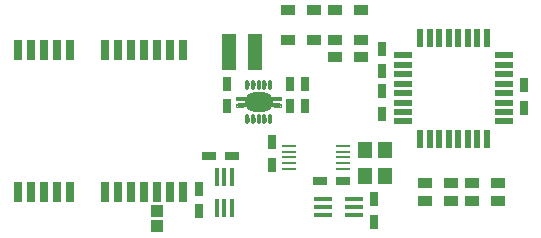
<source format=gbr>
G04 #@! TF.GenerationSoftware,KiCad,Pcbnew,(5.1.0)-1*
G04 #@! TF.CreationDate,2019-03-28T23:54:11-04:00*
G04 #@! TF.ProjectId,PicoTrackerWSPR1Rev3,5069636f-5472-4616-936b-657257535052,rev?*
G04 #@! TF.SameCoordinates,Original*
G04 #@! TF.FileFunction,Paste,Top*
G04 #@! TF.FilePolarity,Positive*
%FSLAX46Y46*%
G04 Gerber Fmt 4.6, Leading zero omitted, Abs format (unit mm)*
G04 Created by KiCad (PCBNEW (5.1.0)-1) date 2019-03-28 23:54:11*
%MOMM*%
%LPD*%
G04 APERTURE LIST*
%ADD10C,0.100000*%
%ADD11C,0.066040*%
%ADD12O,3.799840X0.279400*%
%ADD13O,2.397760X1.648460*%
%ADD14O,0.279400X0.848360*%
%ADD15R,0.750000X1.200000*%
%ADD16R,1.200000X0.750000*%
%ADD17R,1.200000X0.900000*%
%ADD18R,1.000000X1.000000*%
%ADD19R,1.143000X3.048000*%
%ADD20R,0.400000X1.500000*%
%ADD21R,1.500000X0.400000*%
%ADD22R,0.797560X1.798320*%
%ADD23R,1.300000X0.248920*%
%ADD24R,0.550000X1.600000*%
%ADD25R,1.600000X0.550000*%
%ADD26R,1.193800X1.397000*%
G04 APERTURE END LIST*
D10*
X79852520Y-76093320D02*
G75*
G03X79852520Y-76093320I-114300J0D01*
G01*
X79352140Y-76093320D02*
G75*
G03X79352140Y-76093320I-114300J0D01*
G01*
X78854300Y-76093320D02*
G75*
G03X78854300Y-76093320I-114300J0D01*
G01*
X78356460Y-76093320D02*
G75*
G03X78356460Y-76093320I-114300J0D01*
G01*
X77856080Y-76093320D02*
G75*
G03X77856080Y-76093320I-114300J0D01*
G01*
X77856080Y-73766680D02*
G75*
G03X77856080Y-73766680I-114300J0D01*
G01*
X78356460Y-73766680D02*
G75*
G03X78356460Y-73766680I-114300J0D01*
G01*
X78854300Y-73766680D02*
G75*
G03X78854300Y-73766680I-114300J0D01*
G01*
X79352140Y-73766680D02*
G75*
G03X79352140Y-73766680I-114300J0D01*
G01*
X79852520Y-73766680D02*
G75*
G03X79852520Y-73766680I-114300J0D01*
G01*
D11*
X77416660Y-75079860D02*
X77416660Y-75328780D01*
X77416660Y-75328780D02*
X76840080Y-75328780D01*
X76840080Y-75079860D02*
X76840080Y-75328780D01*
X77416660Y-75079860D02*
X76840080Y-75079860D01*
X77416660Y-74531220D02*
X77416660Y-74780140D01*
X77416660Y-74780140D02*
X76840080Y-74780140D01*
X76840080Y-74531220D02*
X76840080Y-74780140D01*
X77416660Y-74531220D02*
X76840080Y-74531220D01*
X79395320Y-76321920D02*
X79395320Y-76550520D01*
X79580740Y-76321920D02*
X79580740Y-76550520D01*
X78897480Y-76321920D02*
X78897480Y-76550520D01*
X79080360Y-76321920D02*
X79080360Y-76550520D01*
X78399640Y-76321920D02*
X78399640Y-76550520D01*
X78582520Y-76321920D02*
X78582520Y-76550520D01*
X77899260Y-76321920D02*
X77899260Y-76550520D01*
X78084680Y-76321920D02*
X78084680Y-76550520D01*
X78084680Y-73309480D02*
X78084680Y-73538080D01*
X78582520Y-73309480D02*
X78582520Y-73538080D01*
X77899260Y-73309480D02*
X77899260Y-73538080D01*
X79080360Y-73309480D02*
X79080360Y-73538080D01*
X78399640Y-73309480D02*
X78399640Y-73538080D01*
X79580740Y-73309480D02*
X79580740Y-73538080D01*
X78897480Y-73309480D02*
X78897480Y-73538080D01*
X79395320Y-73309480D02*
X79395320Y-73538080D01*
X78590140Y-75079860D02*
X78590140Y-75727560D01*
X78590140Y-75079860D02*
X77566520Y-75079860D01*
X78590140Y-74132440D02*
X78590140Y-74780140D01*
X78590140Y-74780140D02*
X77566520Y-74780140D01*
X79913480Y-74780140D02*
X78889860Y-74780140D01*
X78889860Y-74132440D02*
X78889860Y-74780140D01*
X78889860Y-75079860D02*
X78889860Y-75727560D01*
X79913480Y-75079860D02*
X78889860Y-75079860D01*
X80639920Y-74531220D02*
X80639920Y-74780140D01*
X80639920Y-74780140D02*
X80063340Y-74780140D01*
X80063340Y-74531220D02*
X80063340Y-74780140D01*
X80639920Y-74531220D02*
X80063340Y-74531220D01*
X80639920Y-75079860D02*
X80639920Y-75328780D01*
X80639920Y-75328780D02*
X80063340Y-75328780D01*
X80063340Y-75079860D02*
X80063340Y-75328780D01*
X80639920Y-75079860D02*
X80063340Y-75079860D01*
D12*
X78740000Y-74655680D03*
X78740000Y-75204320D03*
D13*
X78740000Y-74930000D03*
D14*
X79738220Y-76403200D03*
X79237840Y-76403200D03*
X78740000Y-76403200D03*
X78242160Y-76403200D03*
X77741780Y-76403200D03*
X77741780Y-73456800D03*
X78242160Y-73456800D03*
X78740000Y-73456800D03*
X79237840Y-73456800D03*
X79738220Y-73456800D03*
D15*
X101219000Y-73533000D03*
X101219000Y-75433000D03*
X76073000Y-73411000D03*
X76073000Y-75311000D03*
X81407000Y-75311000D03*
X81407000Y-73411000D03*
X82677000Y-73411000D03*
X82677000Y-75311000D03*
X73660000Y-84196000D03*
X73660000Y-82296000D03*
D16*
X74554000Y-79502000D03*
X76454000Y-79502000D03*
X83947000Y-81661000D03*
X85847000Y-81661000D03*
D15*
X88519000Y-85085000D03*
X88519000Y-83185000D03*
X89154000Y-70424000D03*
X89154000Y-72324000D03*
X79883000Y-78364000D03*
X79883000Y-80264000D03*
D17*
X94996000Y-81788000D03*
X92796000Y-81788000D03*
X92796000Y-83312000D03*
X94996000Y-83312000D03*
D18*
X70104000Y-85471000D03*
X70104000Y-84201000D03*
D19*
X78422500Y-70739000D03*
X76263500Y-70739000D03*
D20*
X75184000Y-81280000D03*
X75834000Y-81280000D03*
X76484000Y-81280000D03*
X76484000Y-83940000D03*
X75834000Y-83940000D03*
X75184000Y-83940000D03*
D21*
X84201000Y-83185000D03*
X84201000Y-83835000D03*
X84201000Y-84485000D03*
X86861000Y-84485000D03*
X86861000Y-83835000D03*
X86861000Y-83185000D03*
D22*
X72336660Y-70553580D03*
X71236840Y-70553580D03*
X70137020Y-70553580D03*
X69037200Y-70553580D03*
X67937380Y-70553580D03*
X66837560Y-70553580D03*
X65735200Y-70553580D03*
X62738000Y-70553580D03*
X61638180Y-70553580D03*
X60538360Y-70553580D03*
X59438540Y-70553580D03*
X58338720Y-70553580D03*
X58338720Y-82550000D03*
X59438540Y-82550000D03*
X60538360Y-82550000D03*
X61638180Y-82550000D03*
X62738000Y-82550000D03*
X65735200Y-82550000D03*
X66837560Y-82550000D03*
X67937380Y-82550000D03*
X69037200Y-82550000D03*
X70137020Y-82550000D03*
X71236840Y-82550000D03*
X72336660Y-82550000D03*
D23*
X85852000Y-80627220D03*
X85852000Y-80126840D03*
X85852000Y-79629000D03*
X85852000Y-79131160D03*
X85852000Y-78630780D03*
X81352000Y-78630780D03*
X81352000Y-79131160D03*
X81352000Y-79629000D03*
X81352000Y-80126840D03*
X81352000Y-80627220D03*
D17*
X98974000Y-81788000D03*
X96774000Y-81788000D03*
X96774000Y-83312000D03*
X98974000Y-83312000D03*
X87417000Y-69723000D03*
X85217000Y-69723000D03*
X85217000Y-71120000D03*
X87417000Y-71120000D03*
X81239000Y-69723000D03*
X83439000Y-69723000D03*
D24*
X92450000Y-69537000D03*
X93250000Y-69537000D03*
X94050000Y-69537000D03*
X94850000Y-69537000D03*
X95650000Y-69537000D03*
X96450000Y-69537000D03*
X97250000Y-69537000D03*
X98050000Y-69537000D03*
D25*
X99500000Y-70987000D03*
X99500000Y-71787000D03*
X99500000Y-72587000D03*
X99500000Y-73387000D03*
X99500000Y-74187000D03*
X99500000Y-74987000D03*
X99500000Y-75787000D03*
X99500000Y-76587000D03*
D24*
X98050000Y-78037000D03*
X97250000Y-78037000D03*
X96450000Y-78037000D03*
X95650000Y-78037000D03*
X94850000Y-78037000D03*
X94050000Y-78037000D03*
X93250000Y-78037000D03*
X92450000Y-78037000D03*
D25*
X91000000Y-76587000D03*
X91000000Y-75787000D03*
X91000000Y-74987000D03*
X91000000Y-74187000D03*
X91000000Y-73387000D03*
X91000000Y-72587000D03*
X91000000Y-71787000D03*
X91000000Y-70987000D03*
D26*
X89458800Y-81203800D03*
X89458800Y-78994000D03*
X87757000Y-78994000D03*
X87757000Y-81203800D03*
D17*
X83439000Y-67183000D03*
X81239000Y-67183000D03*
X87426800Y-67183000D03*
X85226800Y-67183000D03*
D15*
X89154000Y-74046000D03*
X89154000Y-75946000D03*
M02*

</source>
